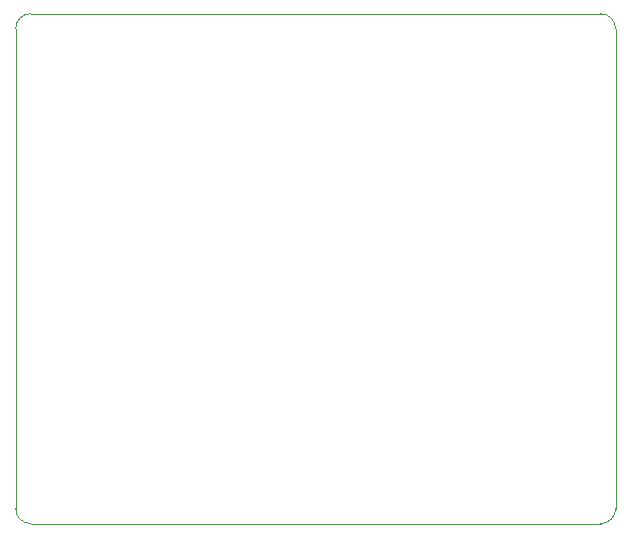
<source format=gbr>
%TF.GenerationSoftware,KiCad,Pcbnew,7.0.9*%
%TF.CreationDate,2024-02-20T12:17:06+01:00*%
%TF.ProjectId,Final_project,46696e61-6c5f-4707-926f-6a6563742e6b,1*%
%TF.SameCoordinates,Original*%
%TF.FileFunction,Profile,NP*%
%FSLAX46Y46*%
G04 Gerber Fmt 4.6, Leading zero omitted, Abs format (unit mm)*
G04 Created by KiCad (PCBNEW 7.0.9) date 2024-02-20 12:17:06*
%MOMM*%
%LPD*%
G01*
G04 APERTURE LIST*
%TA.AperFunction,Profile*%
%ADD10C,0.100000*%
%TD*%
G04 APERTURE END LIST*
D10*
X129540000Y-101600000D02*
G75*
G03*
X128270000Y-100330000I-1270000J0D01*
G01*
X78740000Y-101600000D02*
X78740000Y-142240000D01*
X78740000Y-142240000D02*
G75*
G03*
X80010000Y-143510000I1270000J0D01*
G01*
X80010000Y-143510000D02*
X128270000Y-143510000D01*
X128270000Y-100330000D02*
X80010000Y-100330000D01*
X129540000Y-142240000D02*
X129540000Y-101600000D01*
X128270000Y-143510000D02*
G75*
G03*
X129540000Y-142240000I0J1270000D01*
G01*
X80010000Y-100330000D02*
G75*
G03*
X78740000Y-101600000I0J-1270000D01*
G01*
M02*

</source>
